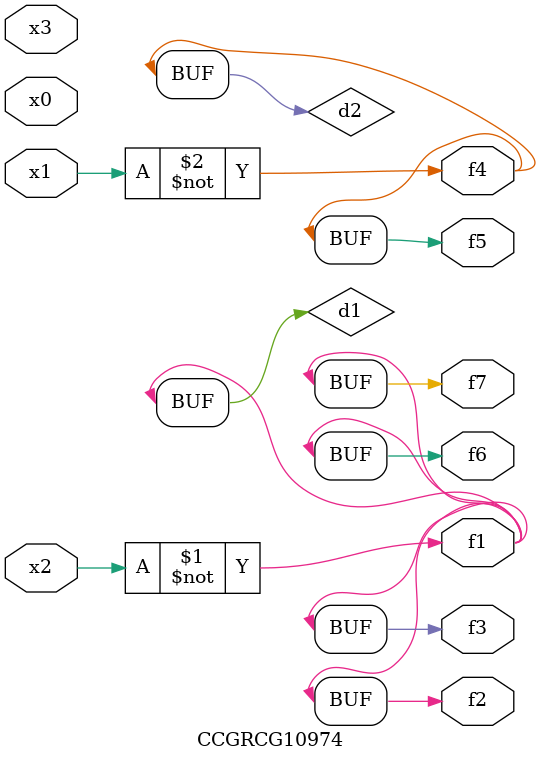
<source format=v>
module CCGRCG10974(
	input x0, x1, x2, x3,
	output f1, f2, f3, f4, f5, f6, f7
);

	wire d1, d2;

	xnor (d1, x2);
	not (d2, x1);
	assign f1 = d1;
	assign f2 = d1;
	assign f3 = d1;
	assign f4 = d2;
	assign f5 = d2;
	assign f6 = d1;
	assign f7 = d1;
endmodule

</source>
